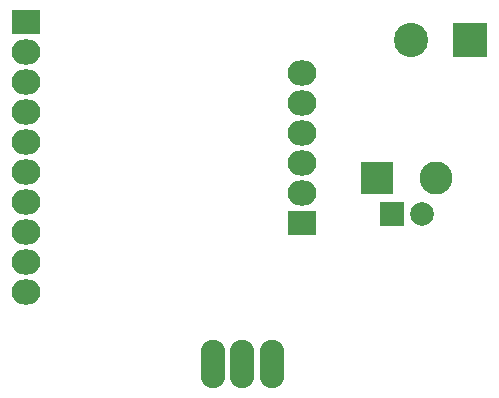
<source format=gbs>
G04 #@! TF.FileFunction,Soldermask,Bot*
%FSLAX46Y46*%
G04 Gerber Fmt 4.6, Leading zero omitted, Abs format (unit mm)*
G04 Created by KiCad (PCBNEW 4.0.7) date Tuesday, December 26, 2017 'AMt' 07:42:27 AM*
%MOMM*%
%LPD*%
G01*
G04 APERTURE LIST*
%ADD10C,0.100000*%
%ADD11R,2.800000X2.800000*%
%ADD12C,2.800000*%
%ADD13R,2.000000X2.000000*%
%ADD14C,2.000000*%
%ADD15R,2.900000X2.900000*%
%ADD16C,2.900000*%
%ADD17O,2.100000X4.100000*%
%ADD18R,2.432000X2.127200*%
%ADD19O,2.432000X2.127200*%
G04 APERTURE END LIST*
D10*
D11*
X35344000Y-16988000D03*
D12*
X40344000Y-16988000D03*
D13*
X36614000Y-20036000D03*
D14*
X39114000Y-20036000D03*
D15*
X43218000Y-5304000D03*
D16*
X38218000Y-5304000D03*
D17*
X26414000Y-32752000D03*
X23914000Y-32752000D03*
X21414000Y-32752000D03*
D18*
X28994000Y-20798000D03*
D19*
X28994000Y-18258000D03*
X28994000Y-15718000D03*
X28994000Y-13178000D03*
X28994000Y-10638000D03*
X28994000Y-8098000D03*
D18*
X5626000Y-3780000D03*
D19*
X5626000Y-6320000D03*
X5626000Y-8860000D03*
X5626000Y-11400000D03*
X5626000Y-13940000D03*
X5626000Y-16480000D03*
X5626000Y-19020000D03*
X5626000Y-21560000D03*
X5626000Y-24100000D03*
X5626000Y-26640000D03*
M02*

</source>
